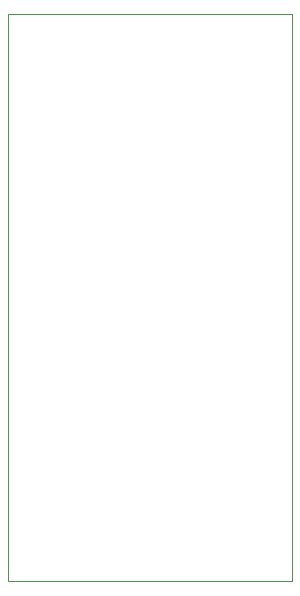
<source format=gm1>
G04 #@! TF.GenerationSoftware,KiCad,Pcbnew,7.0.7*
G04 #@! TF.CreationDate,2024-02-13T08:09:53-05:00*
G04 #@! TF.ProjectId,sensor_node,73656e73-6f72-45f6-9e6f-64652e6b6963,rev?*
G04 #@! TF.SameCoordinates,Original*
G04 #@! TF.FileFunction,Profile,NP*
%FSLAX46Y46*%
G04 Gerber Fmt 4.6, Leading zero omitted, Abs format (unit mm)*
G04 Created by KiCad (PCBNEW 7.0.7) date 2024-02-13 08:09:53*
%MOMM*%
%LPD*%
G01*
G04 APERTURE LIST*
G04 #@! TA.AperFunction,Profile*
%ADD10C,0.100000*%
G04 #@! TD*
G04 APERTURE END LIST*
D10*
X132660000Y-60000000D02*
X156760000Y-60000000D01*
X156760000Y-108000000D01*
X132660000Y-108000000D01*
X132660000Y-60000000D01*
M02*

</source>
